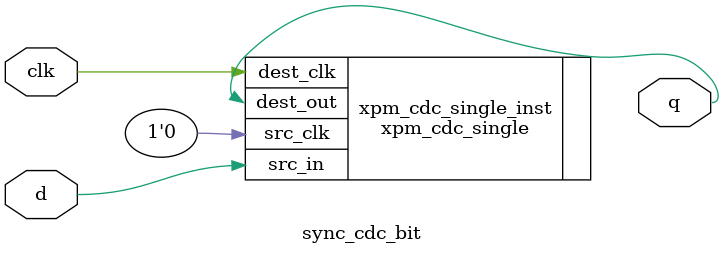
<source format=v>
/* 
 * ----------------------------------------------------------------------------
 *  Project:  OpenHBMC
 *  Filename: sync_cdc_bit.v
 *  Purpose:  Single bit synchronizer.
 * ----------------------------------------------------------------------------
 *  Copyright © 2020, Vaagn Oganesyan <ovgn@protonmail.com>
 *  
 *  Licensed under the Apache License, Version 2.0 (the "License");
 *  you may not use this file except in compliance with the License.
 *  You may obtain a copy of the License at
 *  
 *      http://www.apache.org/licenses/LICENSE-2.0
 *  
 *  Unless required by applicable law or agreed to in writing, software
 *  distributed under the License is distributed on an "AS IS" BASIS,
 *  WITHOUT WARRANTIES OR CONDITIONS OF ANY KIND, either express or implied.
 *  See the License for the specific language governing permissions and
 * ----------------------------------------------------------------------------
 */


`default_nettype none
`timescale 1ps / 1ps


module sync_cdc_bit #
(
    parameter   C_SYNC_STAGES = 3
)
(
    input   wire    clk,
    input   wire    d,
    output  wire    q
);

    xpm_cdc_single #
    (
        .DEST_SYNC_FF   ( C_SYNC_STAGES ),  // DECIMAL; range: 2-10
        .INIT_SYNC_FF   ( 0             ),  // DECIMAL; 0 = disable simulation init values, 1=enable simulation init values
        .SIM_ASSERT_CHK ( 0             ),  // DECIMAL; 0 = disable simulation messages, 1=enable simulation messages
        .SRC_INPUT_REG  ( 0             )   // DECIMAL; 0 = do not register input, 1 = register input
    )
    xpm_cdc_single_inst
    (
        .src_clk        ( 1'b0 ),   // 1-bit input: optional; required when SRC_INPUT_REG = 1
        .dest_clk       ( clk  ),   // 1-bit input: Clock signal for the destination clock domain.
        .src_in         ( d    ),   // 1-bit input: Input signal to be synchronized to dest_clk domain.
        .dest_out       ( q    )    // 1-bit output: src_in synchronized to the destination clock domain. This output is registered.
    );
    
endmodule

/*----------------------------------------------------------------------------------------------------------------------------*/

`default_nettype wire

</source>
